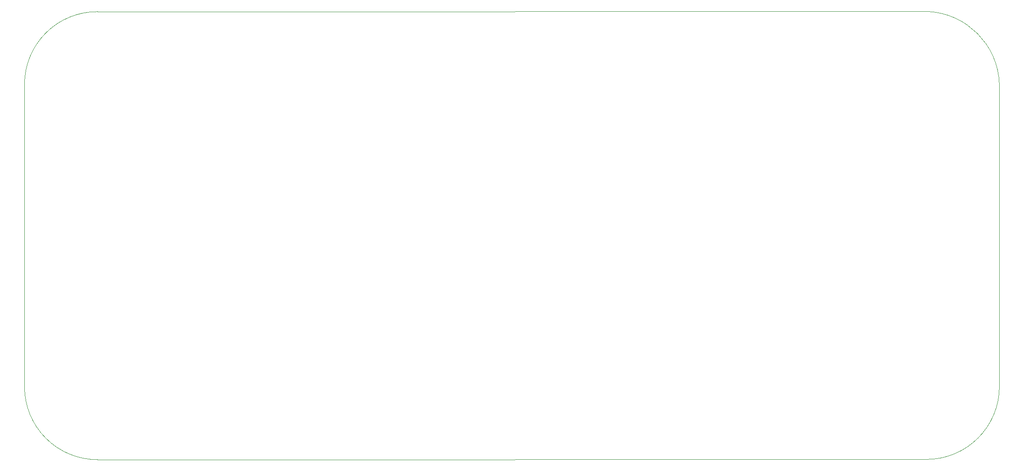
<source format=gbr>
%TF.GenerationSoftware,KiCad,Pcbnew,8.0.6*%
%TF.CreationDate,2024-12-14T18:37:45+02:00*%
%TF.ProjectId,Control_PCB,436f6e74-726f-46c5-9f50-43422e6b6963,rev?*%
%TF.SameCoordinates,Original*%
%TF.FileFunction,Profile,NP*%
%FSLAX46Y46*%
G04 Gerber Fmt 4.6, Leading zero omitted, Abs format (unit mm)*
G04 Created by KiCad (PCBNEW 8.0.6) date 2024-12-14 18:37:45*
%MOMM*%
%LPD*%
G01*
G04 APERTURE LIST*
%TA.AperFunction,Profile*%
%ADD10C,0.050000*%
%TD*%
G04 APERTURE END LIST*
D10*
X231648000Y-117856000D02*
G75*
G02*
X217424000Y-132080000I-14224000J0D01*
G01*
X41656000Y-58928000D02*
G75*
G02*
X55879838Y-44752081I14176000J0D01*
G01*
X41656001Y-117856000D02*
X41656000Y-58928000D01*
X55879838Y-44752081D02*
X217424000Y-44707760D01*
X217424000Y-44707760D02*
G75*
G02*
X231644243Y-58928114I-446600J-14666840D01*
G01*
X55880000Y-132128080D02*
G75*
G02*
X41656001Y-117856000I0J14224080D01*
G01*
X231644244Y-58928114D02*
X231648000Y-117856000D01*
X217424000Y-132080000D02*
X55880000Y-132128080D01*
M02*

</source>
